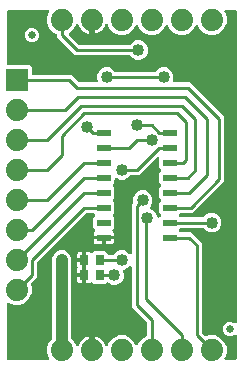
<source format=gbr>
G04 EAGLE Gerber RS-274X export*
G75*
%MOMM*%
%FSLAX34Y34*%
%LPD*%
%INTop Copper*%
%IPPOS*%
%AMOC8*
5,1,8,0,0,1.08239X$1,22.5*%
G01*
%ADD10R,1.200000X0.600000*%
%ADD11R,1.879600X1.879600*%
%ADD12C,1.879600*%
%ADD13R,0.700000X0.900000*%
%ADD14C,0.635000*%
%ADD15C,0.254000*%
%ADD16C,1.016000*%
%ADD17C,1.016000*%

G36*
X197730Y4334D02*
X197730Y4334D01*
X197849Y4341D01*
X197887Y4354D01*
X197928Y4359D01*
X198038Y4402D01*
X198151Y4439D01*
X198186Y4461D01*
X198223Y4476D01*
X198319Y4545D01*
X198420Y4609D01*
X198448Y4639D01*
X198481Y4662D01*
X198557Y4754D01*
X198638Y4841D01*
X198658Y4876D01*
X198683Y4907D01*
X198734Y5015D01*
X198792Y5119D01*
X198802Y5159D01*
X198819Y5195D01*
X198841Y5312D01*
X198871Y5427D01*
X198875Y5487D01*
X198879Y5507D01*
X198877Y5528D01*
X198881Y5588D01*
X198881Y24455D01*
X198864Y24593D01*
X198851Y24732D01*
X198844Y24751D01*
X198841Y24771D01*
X198790Y24900D01*
X198743Y25031D01*
X198732Y25048D01*
X198724Y25067D01*
X198643Y25179D01*
X198565Y25294D01*
X198549Y25308D01*
X198538Y25324D01*
X198430Y25413D01*
X198326Y25505D01*
X198308Y25514D01*
X198293Y25527D01*
X198167Y25586D01*
X198043Y25649D01*
X198023Y25654D01*
X198005Y25662D01*
X197869Y25688D01*
X197733Y25719D01*
X197712Y25718D01*
X197693Y25722D01*
X197554Y25713D01*
X197415Y25709D01*
X197395Y25704D01*
X197375Y25702D01*
X197243Y25660D01*
X197109Y25621D01*
X197092Y25610D01*
X197073Y25604D01*
X196955Y25530D01*
X196835Y25459D01*
X196814Y25441D01*
X196804Y25434D01*
X196790Y25419D01*
X196714Y25353D01*
X196565Y25204D01*
X194278Y24256D01*
X191802Y24256D01*
X189515Y25204D01*
X187764Y26955D01*
X186816Y29242D01*
X186816Y31718D01*
X187764Y34005D01*
X189515Y35756D01*
X191802Y36704D01*
X194278Y36704D01*
X196565Y35756D01*
X196714Y35607D01*
X196824Y35522D01*
X196931Y35433D01*
X196950Y35425D01*
X196966Y35412D01*
X197094Y35357D01*
X197219Y35298D01*
X197239Y35294D01*
X197258Y35286D01*
X197395Y35264D01*
X197532Y35238D01*
X197552Y35239D01*
X197572Y35236D01*
X197710Y35249D01*
X197849Y35258D01*
X197868Y35264D01*
X197888Y35266D01*
X198019Y35313D01*
X198151Y35356D01*
X198169Y35367D01*
X198188Y35373D01*
X198303Y35451D01*
X198420Y35526D01*
X198434Y35541D01*
X198451Y35552D01*
X198543Y35656D01*
X198638Y35758D01*
X198648Y35775D01*
X198661Y35790D01*
X198724Y35914D01*
X198792Y36036D01*
X198797Y36056D01*
X198806Y36074D01*
X198836Y36209D01*
X198871Y36344D01*
X198873Y36372D01*
X198876Y36384D01*
X198875Y36404D01*
X198881Y36505D01*
X198881Y299212D01*
X198866Y299330D01*
X198859Y299449D01*
X198846Y299487D01*
X198841Y299528D01*
X198798Y299638D01*
X198761Y299751D01*
X198739Y299786D01*
X198724Y299823D01*
X198655Y299919D01*
X198591Y300020D01*
X198561Y300048D01*
X198538Y300081D01*
X198446Y300157D01*
X198359Y300238D01*
X198324Y300258D01*
X198293Y300283D01*
X198185Y300334D01*
X198081Y300392D01*
X198041Y300402D01*
X198005Y300419D01*
X197888Y300441D01*
X197773Y300471D01*
X197713Y300475D01*
X197693Y300479D01*
X197672Y300477D01*
X197612Y300481D01*
X189700Y300481D01*
X189651Y300475D01*
X189601Y300477D01*
X189494Y300455D01*
X189385Y300441D01*
X189339Y300423D01*
X189290Y300413D01*
X189191Y300365D01*
X189089Y300324D01*
X189049Y300295D01*
X189004Y300273D01*
X188920Y300202D01*
X188832Y300138D01*
X188800Y300099D01*
X188762Y300067D01*
X188699Y299977D01*
X188629Y299893D01*
X188608Y299848D01*
X188579Y299807D01*
X188540Y299704D01*
X188493Y299605D01*
X188484Y299556D01*
X188466Y299510D01*
X188454Y299400D01*
X188433Y299293D01*
X188437Y299243D01*
X188431Y299194D01*
X188446Y299085D01*
X188453Y298975D01*
X188469Y298928D01*
X188475Y298879D01*
X188528Y298726D01*
X190247Y294576D01*
X190247Y289624D01*
X188352Y285050D01*
X184850Y281548D01*
X180276Y279653D01*
X175324Y279653D01*
X170750Y281548D01*
X167248Y285050D01*
X166273Y287405D01*
X166204Y287525D01*
X166139Y287648D01*
X166125Y287663D01*
X166115Y287681D01*
X166018Y287781D01*
X165925Y287884D01*
X165908Y287895D01*
X165894Y287909D01*
X165775Y287982D01*
X165659Y288058D01*
X165640Y288065D01*
X165623Y288076D01*
X165490Y288117D01*
X165358Y288162D01*
X165338Y288163D01*
X165319Y288169D01*
X165180Y288176D01*
X165041Y288187D01*
X165021Y288183D01*
X165001Y288184D01*
X164865Y288156D01*
X164728Y288132D01*
X164709Y288124D01*
X164690Y288120D01*
X164564Y288059D01*
X164438Y288002D01*
X164422Y287989D01*
X164404Y287980D01*
X164298Y287890D01*
X164190Y287803D01*
X164177Y287787D01*
X164162Y287774D01*
X164082Y287660D01*
X163998Y287549D01*
X163986Y287524D01*
X163979Y287514D01*
X163972Y287495D01*
X163927Y287405D01*
X162952Y285049D01*
X159450Y281548D01*
X154876Y279653D01*
X149924Y279653D01*
X145350Y281548D01*
X141848Y285050D01*
X140873Y287405D01*
X140804Y287525D01*
X140739Y287648D01*
X140725Y287663D01*
X140715Y287681D01*
X140618Y287781D01*
X140525Y287884D01*
X140508Y287895D01*
X140494Y287909D01*
X140375Y287982D01*
X140259Y288058D01*
X140240Y288065D01*
X140223Y288076D01*
X140090Y288117D01*
X139958Y288162D01*
X139938Y288163D01*
X139919Y288169D01*
X139780Y288176D01*
X139641Y288187D01*
X139621Y288183D01*
X139601Y288184D01*
X139465Y288156D01*
X139328Y288132D01*
X139309Y288124D01*
X139290Y288120D01*
X139164Y288059D01*
X139038Y288002D01*
X139022Y287989D01*
X139004Y287980D01*
X138898Y287890D01*
X138790Y287803D01*
X138777Y287787D01*
X138762Y287774D01*
X138682Y287660D01*
X138598Y287549D01*
X138586Y287524D01*
X138579Y287514D01*
X138572Y287495D01*
X138527Y287405D01*
X137552Y285049D01*
X134050Y281548D01*
X129476Y279653D01*
X124524Y279653D01*
X119950Y281548D01*
X116448Y285050D01*
X115473Y287405D01*
X115404Y287525D01*
X115339Y287648D01*
X115325Y287663D01*
X115315Y287681D01*
X115218Y287781D01*
X115125Y287884D01*
X115108Y287895D01*
X115094Y287909D01*
X114975Y287982D01*
X114859Y288058D01*
X114840Y288065D01*
X114823Y288076D01*
X114690Y288117D01*
X114558Y288162D01*
X114538Y288163D01*
X114519Y288169D01*
X114380Y288176D01*
X114241Y288187D01*
X114221Y288183D01*
X114201Y288184D01*
X114065Y288156D01*
X113928Y288132D01*
X113909Y288124D01*
X113890Y288120D01*
X113764Y288059D01*
X113638Y288002D01*
X113622Y287989D01*
X113604Y287980D01*
X113498Y287890D01*
X113390Y287803D01*
X113377Y287787D01*
X113362Y287774D01*
X113282Y287660D01*
X113198Y287549D01*
X113186Y287524D01*
X113179Y287514D01*
X113172Y287495D01*
X113127Y287405D01*
X112152Y285049D01*
X108650Y281548D01*
X104076Y279653D01*
X99124Y279653D01*
X94550Y281548D01*
X91048Y285050D01*
X89795Y288075D01*
X89780Y288101D01*
X89771Y288130D01*
X89701Y288239D01*
X89637Y288352D01*
X89616Y288373D01*
X89601Y288398D01*
X89506Y288487D01*
X89416Y288580D01*
X89391Y288596D01*
X89369Y288616D01*
X89255Y288679D01*
X89145Y288746D01*
X89116Y288755D01*
X89090Y288769D01*
X88965Y288802D01*
X88841Y288840D01*
X88811Y288841D01*
X88782Y288849D01*
X88653Y288849D01*
X88523Y288855D01*
X88494Y288849D01*
X88464Y288849D01*
X88339Y288817D01*
X88212Y288791D01*
X88185Y288778D01*
X88156Y288770D01*
X88043Y288708D01*
X87926Y288651D01*
X87903Y288632D01*
X87877Y288617D01*
X87783Y288529D01*
X87684Y288445D01*
X87667Y288420D01*
X87645Y288400D01*
X87576Y288291D01*
X87501Y288185D01*
X87490Y288157D01*
X87474Y288132D01*
X87415Y287982D01*
X87264Y287517D01*
X86411Y285843D01*
X85306Y284322D01*
X83978Y282994D01*
X82457Y281889D01*
X80783Y281036D01*
X78996Y280455D01*
X78739Y280415D01*
X78739Y290830D01*
X78724Y290948D01*
X78717Y291067D01*
X78704Y291105D01*
X78699Y291145D01*
X78656Y291256D01*
X78619Y291369D01*
X78597Y291403D01*
X78582Y291441D01*
X78512Y291537D01*
X78449Y291638D01*
X78419Y291666D01*
X78395Y291698D01*
X78304Y291774D01*
X78217Y291856D01*
X78182Y291875D01*
X78151Y291901D01*
X78043Y291952D01*
X77939Y292009D01*
X77899Y292020D01*
X77863Y292037D01*
X77746Y292059D01*
X77631Y292089D01*
X77570Y292093D01*
X77550Y292097D01*
X77530Y292095D01*
X77470Y292099D01*
X74930Y292099D01*
X74812Y292084D01*
X74693Y292077D01*
X74655Y292064D01*
X74614Y292059D01*
X74504Y292015D01*
X74391Y291979D01*
X74356Y291957D01*
X74319Y291942D01*
X74223Y291872D01*
X74122Y291809D01*
X74094Y291779D01*
X74061Y291755D01*
X73986Y291664D01*
X73904Y291577D01*
X73884Y291542D01*
X73859Y291510D01*
X73808Y291403D01*
X73750Y291298D01*
X73740Y291259D01*
X73723Y291223D01*
X73701Y291106D01*
X73671Y290991D01*
X73667Y290930D01*
X73663Y290910D01*
X73665Y290890D01*
X73661Y290830D01*
X73661Y280415D01*
X73404Y280455D01*
X71617Y281036D01*
X69943Y281889D01*
X68422Y282994D01*
X67094Y284322D01*
X65989Y285843D01*
X65136Y287517D01*
X64985Y287982D01*
X64972Y288009D01*
X64965Y288038D01*
X64905Y288152D01*
X64850Y288270D01*
X64831Y288293D01*
X64817Y288319D01*
X64729Y288415D01*
X64647Y288515D01*
X64623Y288532D01*
X64603Y288554D01*
X64494Y288626D01*
X64390Y288702D01*
X64362Y288713D01*
X64337Y288729D01*
X64214Y288771D01*
X64094Y288819D01*
X64064Y288823D01*
X64036Y288832D01*
X63907Y288843D01*
X63778Y288859D01*
X63749Y288855D01*
X63719Y288858D01*
X63591Y288835D01*
X63463Y288819D01*
X63435Y288808D01*
X63406Y288803D01*
X63288Y288750D01*
X63167Y288702D01*
X63143Y288685D01*
X63116Y288673D01*
X63015Y288592D01*
X62910Y288516D01*
X62891Y288493D01*
X62867Y288474D01*
X62789Y288370D01*
X62707Y288271D01*
X62694Y288244D01*
X62676Y288220D01*
X62605Y288075D01*
X61352Y285050D01*
X57850Y281548D01*
X57420Y281370D01*
X57377Y281345D01*
X57330Y281328D01*
X57239Y281267D01*
X57144Y281212D01*
X57108Y281178D01*
X57067Y281150D01*
X56994Y281067D01*
X56915Y280991D01*
X56889Y280949D01*
X56856Y280911D01*
X56806Y280813D01*
X56749Y280720D01*
X56734Y280672D01*
X56712Y280628D01*
X56688Y280521D01*
X56655Y280416D01*
X56653Y280366D01*
X56642Y280318D01*
X56645Y280208D01*
X56640Y280098D01*
X56650Y280050D01*
X56652Y280000D01*
X56682Y279894D01*
X56704Y279787D01*
X56726Y279742D01*
X56740Y279694D01*
X56796Y279600D01*
X56844Y279501D01*
X56876Y279463D01*
X56902Y279420D01*
X57008Y279300D01*
X64917Y271390D01*
X64995Y271330D01*
X65068Y271262D01*
X65121Y271233D01*
X65168Y271196D01*
X65259Y271156D01*
X65346Y271108D01*
X65405Y271093D01*
X65460Y271069D01*
X65558Y271054D01*
X65654Y271029D01*
X65754Y271023D01*
X65774Y271019D01*
X65787Y271021D01*
X65815Y271019D01*
X107867Y271019D01*
X107965Y271031D01*
X108064Y271034D01*
X108123Y271051D01*
X108183Y271059D01*
X108275Y271095D01*
X108370Y271123D01*
X108422Y271153D01*
X108478Y271176D01*
X108558Y271234D01*
X108644Y271284D01*
X108719Y271350D01*
X108736Y271362D01*
X108744Y271372D01*
X108765Y271390D01*
X110965Y273591D01*
X113953Y274829D01*
X117187Y274829D01*
X120175Y273591D01*
X122461Y271305D01*
X123699Y268317D01*
X123699Y265083D01*
X122461Y262095D01*
X120175Y259809D01*
X117187Y258571D01*
X113953Y258571D01*
X110965Y259809D01*
X108765Y262010D01*
X108686Y262070D01*
X108614Y262138D01*
X108561Y262167D01*
X108513Y262204D01*
X108422Y262244D01*
X108336Y262292D01*
X108277Y262307D01*
X108222Y262331D01*
X108124Y262346D01*
X108028Y262371D01*
X107928Y262377D01*
X107907Y262381D01*
X107895Y262379D01*
X107867Y262381D01*
X61711Y262381D01*
X49383Y274710D01*
X46481Y277611D01*
X46481Y279569D01*
X46478Y279598D01*
X46480Y279627D01*
X46458Y279755D01*
X46441Y279884D01*
X46431Y279911D01*
X46426Y279941D01*
X46372Y280059D01*
X46324Y280180D01*
X46307Y280204D01*
X46295Y280231D01*
X46214Y280332D01*
X46138Y280437D01*
X46115Y280456D01*
X46096Y280479D01*
X45993Y280557D01*
X45893Y280640D01*
X45866Y280653D01*
X45842Y280670D01*
X45698Y280741D01*
X43750Y281548D01*
X40248Y285050D01*
X38353Y289624D01*
X38353Y294576D01*
X40072Y298726D01*
X40086Y298774D01*
X40107Y298819D01*
X40127Y298927D01*
X40156Y299033D01*
X40157Y299083D01*
X40167Y299132D01*
X40160Y299241D01*
X40161Y299351D01*
X40150Y299399D01*
X40147Y299449D01*
X40113Y299553D01*
X40087Y299660D01*
X40064Y299704D01*
X40049Y299751D01*
X39990Y299844D01*
X39939Y299941D01*
X39905Y299978D01*
X39879Y300020D01*
X39798Y300095D01*
X39725Y300177D01*
X39683Y300204D01*
X39647Y300238D01*
X39551Y300291D01*
X39459Y300351D01*
X39412Y300368D01*
X39368Y300392D01*
X39262Y300419D01*
X39158Y300455D01*
X39109Y300459D01*
X39061Y300471D01*
X38900Y300481D01*
X5588Y300481D01*
X5470Y300466D01*
X5351Y300459D01*
X5313Y300446D01*
X5272Y300441D01*
X5162Y300398D01*
X5049Y300361D01*
X5014Y300339D01*
X4977Y300324D01*
X4881Y300255D01*
X4780Y300191D01*
X4752Y300161D01*
X4719Y300138D01*
X4643Y300046D01*
X4562Y299959D01*
X4542Y299924D01*
X4517Y299893D01*
X4466Y299785D01*
X4408Y299681D01*
X4398Y299641D01*
X4381Y299605D01*
X4359Y299488D01*
X4329Y299373D01*
X4325Y299313D01*
X4321Y299293D01*
X4323Y299272D01*
X4319Y299212D01*
X4319Y255016D01*
X4334Y254898D01*
X4341Y254779D01*
X4354Y254741D01*
X4359Y254700D01*
X4402Y254590D01*
X4439Y254477D01*
X4461Y254442D01*
X4476Y254405D01*
X4545Y254309D01*
X4609Y254208D01*
X4639Y254180D01*
X4662Y254147D01*
X4754Y254071D01*
X4841Y253990D01*
X4876Y253970D01*
X4907Y253945D01*
X5015Y253894D01*
X5119Y253836D01*
X5159Y253826D01*
X5195Y253809D01*
X5312Y253787D01*
X5427Y253757D01*
X5487Y253753D01*
X5507Y253749D01*
X5528Y253751D01*
X5588Y253747D01*
X23361Y253747D01*
X25147Y251961D01*
X25147Y246888D01*
X25162Y246770D01*
X25169Y246651D01*
X25182Y246613D01*
X25187Y246572D01*
X25230Y246462D01*
X25267Y246349D01*
X25289Y246314D01*
X25304Y246277D01*
X25373Y246181D01*
X25437Y246080D01*
X25467Y246052D01*
X25490Y246019D01*
X25582Y245943D01*
X25669Y245862D01*
X25704Y245842D01*
X25735Y245817D01*
X25843Y245766D01*
X25947Y245708D01*
X25987Y245698D01*
X26023Y245681D01*
X26140Y245659D01*
X26255Y245629D01*
X26315Y245625D01*
X26335Y245621D01*
X26356Y245623D01*
X26416Y245619D01*
X58939Y245619D01*
X64917Y239640D01*
X64995Y239580D01*
X65068Y239512D01*
X65121Y239483D01*
X65168Y239446D01*
X65259Y239406D01*
X65346Y239358D01*
X65405Y239343D01*
X65460Y239319D01*
X65558Y239304D01*
X65654Y239279D01*
X65754Y239273D01*
X65774Y239269D01*
X65787Y239271D01*
X65815Y239269D01*
X80095Y239269D01*
X80145Y239275D01*
X80194Y239273D01*
X80302Y239295D01*
X80411Y239309D01*
X80457Y239327D01*
X80506Y239337D01*
X80604Y239385D01*
X80707Y239426D01*
X80747Y239455D01*
X80792Y239477D01*
X80875Y239548D01*
X80964Y239612D01*
X80996Y239651D01*
X81034Y239683D01*
X81097Y239773D01*
X81167Y239857D01*
X81188Y239902D01*
X81217Y239943D01*
X81256Y240046D01*
X81302Y240145D01*
X81312Y240194D01*
X81329Y240240D01*
X81342Y240350D01*
X81362Y240457D01*
X81359Y240507D01*
X81365Y240556D01*
X81349Y240665D01*
X81342Y240775D01*
X81327Y240822D01*
X81320Y240871D01*
X81268Y241024D01*
X80771Y242223D01*
X80771Y245457D01*
X82009Y248445D01*
X84295Y250731D01*
X87283Y251969D01*
X90517Y251969D01*
X93505Y250731D01*
X95705Y248530D01*
X95784Y248470D01*
X95856Y248402D01*
X95909Y248373D01*
X95957Y248336D01*
X96048Y248296D01*
X96134Y248248D01*
X96193Y248233D01*
X96248Y248209D01*
X96346Y248194D01*
X96442Y248169D01*
X96542Y248163D01*
X96563Y248159D01*
X96575Y248161D01*
X96603Y248159D01*
X129457Y248159D01*
X129555Y248171D01*
X129654Y248174D01*
X129713Y248191D01*
X129773Y248199D01*
X129865Y248235D01*
X129960Y248263D01*
X130012Y248293D01*
X130068Y248316D01*
X130148Y248374D01*
X130234Y248424D01*
X130309Y248490D01*
X130326Y248502D01*
X130334Y248512D01*
X130355Y248530D01*
X132555Y250731D01*
X135543Y251969D01*
X138777Y251969D01*
X141765Y250731D01*
X144051Y248445D01*
X145289Y245457D01*
X145289Y242223D01*
X144792Y241024D01*
X144779Y240976D01*
X144758Y240931D01*
X144737Y240823D01*
X144708Y240717D01*
X144707Y240667D01*
X144698Y240618D01*
X144705Y240509D01*
X144703Y240399D01*
X144715Y240351D01*
X144718Y240301D01*
X144751Y240197D01*
X144777Y240090D01*
X144800Y240046D01*
X144816Y239999D01*
X144874Y239906D01*
X144926Y239809D01*
X144959Y239772D01*
X144986Y239730D01*
X145066Y239655D01*
X145140Y239573D01*
X145181Y239546D01*
X145217Y239512D01*
X145314Y239459D01*
X145405Y239399D01*
X145452Y239382D01*
X145496Y239358D01*
X145602Y239331D01*
X145706Y239295D01*
X145756Y239291D01*
X145804Y239279D01*
X145965Y239269D01*
X159269Y239269D01*
X188469Y210069D01*
X188469Y155691D01*
X161809Y129031D01*
X151819Y129031D01*
X151720Y129019D01*
X151621Y129016D01*
X151563Y128999D01*
X151503Y128991D01*
X151411Y128955D01*
X151316Y128927D01*
X151264Y128897D01*
X151207Y128874D01*
X151127Y128816D01*
X151042Y128766D01*
X150967Y128700D01*
X150950Y128688D01*
X150942Y128678D01*
X150921Y128659D01*
X150159Y127897D01*
X150086Y127804D01*
X150007Y127714D01*
X149989Y127678D01*
X149964Y127646D01*
X149917Y127537D01*
X149863Y127431D01*
X149854Y127391D01*
X149838Y127354D01*
X149819Y127237D01*
X149793Y127121D01*
X149794Y127080D01*
X149788Y127040D01*
X149799Y126922D01*
X149803Y126803D01*
X149814Y126764D01*
X149818Y126724D01*
X149858Y126612D01*
X149891Y126497D01*
X149912Y126462D01*
X149925Y126424D01*
X149992Y126326D01*
X150053Y126223D01*
X150093Y126178D01*
X150104Y126161D01*
X150119Y126148D01*
X150159Y126102D01*
X150921Y125340D01*
X150999Y125280D01*
X151071Y125212D01*
X151125Y125183D01*
X151172Y125146D01*
X151263Y125106D01*
X151350Y125058D01*
X151409Y125043D01*
X151464Y125019D01*
X151562Y125004D01*
X151658Y124979D01*
X151758Y124973D01*
X151778Y124969D01*
X151791Y124971D01*
X151819Y124969D01*
X170097Y124969D01*
X170195Y124981D01*
X170294Y124984D01*
X170353Y125001D01*
X170413Y125009D01*
X170505Y125045D01*
X170600Y125073D01*
X170652Y125103D01*
X170708Y125126D01*
X170788Y125184D01*
X170874Y125234D01*
X170949Y125300D01*
X170966Y125312D01*
X170974Y125322D01*
X170995Y125340D01*
X173195Y127541D01*
X176183Y128779D01*
X179417Y128779D01*
X182405Y127541D01*
X184691Y125255D01*
X185929Y122267D01*
X185929Y119033D01*
X184691Y116045D01*
X182405Y113759D01*
X179417Y112521D01*
X176183Y112521D01*
X173195Y113759D01*
X170995Y115960D01*
X170916Y116020D01*
X170844Y116088D01*
X170791Y116117D01*
X170743Y116154D01*
X170652Y116194D01*
X170566Y116242D01*
X170507Y116257D01*
X170452Y116281D01*
X170354Y116296D01*
X170258Y116321D01*
X170158Y116327D01*
X170137Y116331D01*
X170125Y116329D01*
X170097Y116331D01*
X151819Y116331D01*
X151720Y116319D01*
X151621Y116316D01*
X151563Y116299D01*
X151503Y116291D01*
X151411Y116255D01*
X151316Y116227D01*
X151264Y116197D01*
X151207Y116174D01*
X151127Y116116D01*
X151042Y116066D01*
X150967Y116000D01*
X150950Y115988D01*
X150942Y115978D01*
X150921Y115960D01*
X150159Y115197D01*
X150086Y115103D01*
X150007Y115014D01*
X149989Y114978D01*
X149964Y114946D01*
X149917Y114837D01*
X149863Y114731D01*
X149854Y114692D01*
X149838Y114654D01*
X149819Y114537D01*
X149793Y114421D01*
X149794Y114380D01*
X149788Y114340D01*
X149799Y114222D01*
X149803Y114103D01*
X149814Y114064D01*
X149818Y114024D01*
X149858Y113912D01*
X149891Y113797D01*
X149912Y113762D01*
X149925Y113724D01*
X149992Y113626D01*
X150053Y113523D01*
X150092Y113478D01*
X150104Y113461D01*
X150119Y113448D01*
X150159Y113402D01*
X150921Y112640D01*
X150999Y112580D01*
X151071Y112512D01*
X151125Y112483D01*
X151172Y112446D01*
X151263Y112406D01*
X151350Y112358D01*
X151409Y112343D01*
X151464Y112319D01*
X151562Y112304D01*
X151658Y112279D01*
X151758Y112273D01*
X151778Y112269D01*
X151791Y112271D01*
X151819Y112269D01*
X160539Y112269D01*
X169419Y103389D01*
X169419Y27715D01*
X169431Y27616D01*
X169434Y27517D01*
X169451Y27459D01*
X169459Y27399D01*
X169495Y27307D01*
X169523Y27212D01*
X169553Y27160D01*
X169576Y27103D01*
X169634Y27023D01*
X169684Y26938D01*
X169750Y26863D01*
X169762Y26846D01*
X169772Y26838D01*
X169790Y26817D01*
X171993Y24615D01*
X172016Y24597D01*
X172035Y24574D01*
X172141Y24500D01*
X172244Y24420D01*
X172271Y24408D01*
X172295Y24391D01*
X172417Y24345D01*
X172536Y24294D01*
X172565Y24289D01*
X172593Y24278D01*
X172722Y24264D01*
X172850Y24244D01*
X172879Y24247D01*
X172909Y24243D01*
X173037Y24261D01*
X173167Y24274D01*
X173194Y24284D01*
X173224Y24288D01*
X173376Y24340D01*
X175324Y25147D01*
X180276Y25147D01*
X184850Y23252D01*
X188352Y19750D01*
X190247Y15176D01*
X190247Y10224D01*
X188528Y6074D01*
X188514Y6026D01*
X188493Y5981D01*
X188473Y5873D01*
X188444Y5767D01*
X188443Y5717D01*
X188433Y5668D01*
X188440Y5559D01*
X188439Y5449D01*
X188450Y5401D01*
X188453Y5351D01*
X188487Y5247D01*
X188513Y5140D01*
X188536Y5096D01*
X188551Y5049D01*
X188610Y4956D01*
X188661Y4859D01*
X188695Y4822D01*
X188721Y4780D01*
X188802Y4705D01*
X188875Y4623D01*
X188917Y4596D01*
X188953Y4562D01*
X189049Y4509D01*
X189141Y4449D01*
X189188Y4432D01*
X189232Y4408D01*
X189338Y4381D01*
X189442Y4345D01*
X189491Y4341D01*
X189539Y4329D01*
X189700Y4319D01*
X197612Y4319D01*
X197730Y4334D01*
G37*
G36*
X38949Y4325D02*
X38949Y4325D01*
X38999Y4323D01*
X39106Y4345D01*
X39215Y4359D01*
X39261Y4377D01*
X39310Y4387D01*
X39409Y4435D01*
X39511Y4476D01*
X39551Y4505D01*
X39596Y4527D01*
X39680Y4598D01*
X39768Y4662D01*
X39800Y4701D01*
X39838Y4733D01*
X39901Y4823D01*
X39971Y4907D01*
X39992Y4952D01*
X40021Y4993D01*
X40060Y5096D01*
X40107Y5195D01*
X40116Y5244D01*
X40134Y5290D01*
X40146Y5400D01*
X40167Y5507D01*
X40163Y5557D01*
X40169Y5606D01*
X40154Y5715D01*
X40147Y5825D01*
X40131Y5872D01*
X40125Y5921D01*
X40072Y6074D01*
X38353Y10224D01*
X38353Y15176D01*
X40248Y19750D01*
X42300Y21802D01*
X42360Y21880D01*
X42428Y21952D01*
X42457Y22005D01*
X42494Y22053D01*
X42534Y22144D01*
X42582Y22231D01*
X42597Y22289D01*
X42621Y22345D01*
X42636Y22443D01*
X42661Y22539D01*
X42667Y22639D01*
X42671Y22659D01*
X42669Y22671D01*
X42671Y22699D01*
X42671Y90517D01*
X43909Y93505D01*
X46195Y95791D01*
X49183Y97029D01*
X52417Y97029D01*
X55405Y95791D01*
X57691Y93505D01*
X58929Y90517D01*
X58929Y22699D01*
X58941Y22601D01*
X58944Y22502D01*
X58961Y22444D01*
X58969Y22384D01*
X59005Y22292D01*
X59033Y22197D01*
X59063Y22144D01*
X59086Y22088D01*
X59144Y22008D01*
X59194Y21923D01*
X59260Y21847D01*
X59272Y21831D01*
X59282Y21823D01*
X59300Y21802D01*
X61352Y19750D01*
X62605Y16725D01*
X62620Y16699D01*
X62629Y16670D01*
X62699Y16561D01*
X62763Y16448D01*
X62784Y16427D01*
X62800Y16402D01*
X62894Y16313D01*
X62984Y16220D01*
X63010Y16204D01*
X63031Y16184D01*
X63145Y16121D01*
X63255Y16054D01*
X63284Y16045D01*
X63310Y16031D01*
X63435Y15998D01*
X63559Y15960D01*
X63589Y15959D01*
X63618Y15951D01*
X63748Y15951D01*
X63877Y15945D01*
X63906Y15951D01*
X63936Y15951D01*
X64061Y15983D01*
X64188Y16009D01*
X64215Y16022D01*
X64244Y16030D01*
X64357Y16092D01*
X64474Y16149D01*
X64497Y16168D01*
X64523Y16183D01*
X64617Y16271D01*
X64716Y16355D01*
X64733Y16380D01*
X64755Y16400D01*
X64824Y16509D01*
X64899Y16615D01*
X64910Y16643D01*
X64926Y16669D01*
X64985Y16818D01*
X65136Y17283D01*
X65989Y18957D01*
X67094Y20478D01*
X68422Y21806D01*
X69943Y22911D01*
X71617Y23764D01*
X73404Y24345D01*
X73661Y24385D01*
X73661Y13970D01*
X73676Y13852D01*
X73683Y13733D01*
X73696Y13695D01*
X73701Y13655D01*
X73744Y13544D01*
X73781Y13431D01*
X73803Y13397D01*
X73818Y13359D01*
X73888Y13263D01*
X73951Y13162D01*
X73981Y13134D01*
X74004Y13102D01*
X74096Y13026D01*
X74183Y12944D01*
X74218Y12925D01*
X74249Y12899D01*
X74357Y12848D01*
X74461Y12791D01*
X74501Y12780D01*
X74537Y12763D01*
X74654Y12741D01*
X74769Y12711D01*
X74830Y12707D01*
X74850Y12703D01*
X74870Y12705D01*
X74930Y12701D01*
X77470Y12701D01*
X77588Y12716D01*
X77707Y12723D01*
X77745Y12736D01*
X77785Y12741D01*
X77896Y12785D01*
X78009Y12821D01*
X78044Y12843D01*
X78081Y12858D01*
X78177Y12928D01*
X78278Y12991D01*
X78306Y13021D01*
X78339Y13045D01*
X78414Y13136D01*
X78496Y13223D01*
X78516Y13258D01*
X78541Y13290D01*
X78592Y13397D01*
X78650Y13502D01*
X78660Y13541D01*
X78677Y13577D01*
X78699Y13694D01*
X78729Y13809D01*
X78733Y13870D01*
X78737Y13890D01*
X78735Y13910D01*
X78739Y13970D01*
X78739Y24385D01*
X78996Y24345D01*
X80783Y23764D01*
X82457Y22911D01*
X83978Y21806D01*
X85306Y20478D01*
X86411Y18957D01*
X87264Y17283D01*
X87415Y16818D01*
X87428Y16791D01*
X87435Y16762D01*
X87495Y16648D01*
X87550Y16530D01*
X87569Y16507D01*
X87583Y16481D01*
X87670Y16385D01*
X87753Y16285D01*
X87777Y16268D01*
X87797Y16246D01*
X87906Y16174D01*
X88010Y16098D01*
X88038Y16087D01*
X88063Y16071D01*
X88186Y16029D01*
X88306Y15981D01*
X88336Y15977D01*
X88364Y15968D01*
X88493Y15957D01*
X88621Y15941D01*
X88651Y15945D01*
X88681Y15942D01*
X88809Y15965D01*
X88937Y15981D01*
X88965Y15992D01*
X88994Y15997D01*
X89112Y16050D01*
X89233Y16098D01*
X89257Y16115D01*
X89284Y16127D01*
X89385Y16208D01*
X89490Y16284D01*
X89509Y16307D01*
X89533Y16326D01*
X89611Y16430D01*
X89693Y16529D01*
X89706Y16556D01*
X89724Y16580D01*
X89795Y16725D01*
X91048Y19750D01*
X94550Y23252D01*
X99124Y25147D01*
X104076Y25147D01*
X108650Y23252D01*
X112152Y19751D01*
X113127Y17395D01*
X113196Y17274D01*
X113261Y17152D01*
X113275Y17137D01*
X113285Y17119D01*
X113382Y17019D01*
X113475Y16916D01*
X113492Y16905D01*
X113506Y16891D01*
X113624Y16818D01*
X113741Y16742D01*
X113760Y16735D01*
X113777Y16724D01*
X113910Y16684D01*
X114042Y16638D01*
X114062Y16637D01*
X114081Y16631D01*
X114220Y16624D01*
X114359Y16613D01*
X114379Y16617D01*
X114399Y16616D01*
X114535Y16644D01*
X114672Y16668D01*
X114691Y16676D01*
X114710Y16680D01*
X114835Y16741D01*
X114962Y16798D01*
X114978Y16811D01*
X114996Y16820D01*
X115102Y16910D01*
X115210Y16997D01*
X115223Y17013D01*
X115238Y17026D01*
X115318Y17140D01*
X115402Y17251D01*
X115414Y17276D01*
X115421Y17286D01*
X115428Y17305D01*
X115473Y17395D01*
X116448Y19750D01*
X119950Y23252D01*
X121898Y24059D01*
X121923Y24073D01*
X121951Y24083D01*
X122061Y24152D01*
X122174Y24216D01*
X122195Y24237D01*
X122220Y24253D01*
X122309Y24347D01*
X122402Y24438D01*
X122418Y24463D01*
X122438Y24484D01*
X122501Y24598D01*
X122569Y24709D01*
X122577Y24737D01*
X122592Y24763D01*
X122624Y24889D01*
X122662Y25013D01*
X122664Y25042D01*
X122671Y25071D01*
X122681Y25231D01*
X122681Y35785D01*
X122669Y35884D01*
X122666Y35983D01*
X122649Y36041D01*
X122641Y36101D01*
X122605Y36193D01*
X122577Y36288D01*
X122547Y36340D01*
X122524Y36397D01*
X122466Y36477D01*
X122416Y36562D01*
X122350Y36637D01*
X122338Y36654D01*
X122328Y36662D01*
X122310Y36683D01*
X109981Y49011D01*
X109981Y82721D01*
X109964Y82859D01*
X109951Y82998D01*
X109944Y83017D01*
X109941Y83037D01*
X109890Y83166D01*
X109843Y83297D01*
X109832Y83314D01*
X109824Y83332D01*
X109743Y83445D01*
X109665Y83560D01*
X109649Y83573D01*
X109638Y83590D01*
X109530Y83679D01*
X109426Y83771D01*
X109408Y83780D01*
X109393Y83793D01*
X109267Y83852D01*
X109143Y83915D01*
X109123Y83920D01*
X109105Y83928D01*
X108968Y83954D01*
X108833Y83985D01*
X108812Y83984D01*
X108793Y83988D01*
X108654Y83979D01*
X108515Y83975D01*
X108495Y83969D01*
X108475Y83968D01*
X108343Y83925D01*
X108209Y83887D01*
X108192Y83876D01*
X108173Y83870D01*
X108055Y83796D01*
X107935Y83725D01*
X107914Y83707D01*
X107904Y83700D01*
X107890Y83685D01*
X107815Y83619D01*
X106205Y82009D01*
X103483Y80882D01*
X103380Y80823D01*
X103273Y80770D01*
X103242Y80744D01*
X103207Y80724D01*
X103121Y80641D01*
X103031Y80564D01*
X103008Y80531D01*
X102978Y80503D01*
X102916Y80401D01*
X102848Y80304D01*
X102833Y80266D01*
X102812Y80232D01*
X102777Y80118D01*
X102735Y80007D01*
X102730Y79966D01*
X102719Y79928D01*
X102713Y79809D01*
X102700Y79690D01*
X102705Y79650D01*
X102703Y79610D01*
X102728Y79493D01*
X102744Y79376D01*
X102764Y79319D01*
X102768Y79299D01*
X102777Y79280D01*
X102796Y79223D01*
X103379Y77817D01*
X103379Y74583D01*
X102141Y71595D01*
X99855Y69309D01*
X96867Y68071D01*
X93633Y68071D01*
X90645Y69309D01*
X90280Y69674D01*
X90186Y69747D01*
X90097Y69826D01*
X90061Y69844D01*
X90029Y69869D01*
X89920Y69916D01*
X89814Y69970D01*
X89774Y69979D01*
X89737Y69995D01*
X89619Y70014D01*
X89504Y70040D01*
X89463Y70039D01*
X89423Y70045D01*
X89305Y70034D01*
X89186Y70030D01*
X89147Y70019D01*
X89107Y70015D01*
X88995Y69975D01*
X88880Y69942D01*
X88845Y69921D01*
X88807Y69908D01*
X88709Y69841D01*
X88606Y69780D01*
X88561Y69740D01*
X88544Y69729D01*
X88531Y69714D01*
X88485Y69674D01*
X87463Y68651D01*
X77937Y68651D01*
X76738Y69850D01*
X76644Y69923D01*
X76555Y70002D01*
X76519Y70020D01*
X76487Y70045D01*
X76378Y70092D01*
X76272Y70147D01*
X76232Y70155D01*
X76195Y70171D01*
X76077Y70190D01*
X75961Y70216D01*
X75921Y70215D01*
X75881Y70221D01*
X75762Y70210D01*
X75643Y70206D01*
X75605Y70195D01*
X75564Y70191D01*
X75452Y70151D01*
X75338Y70118D01*
X75303Y70098D01*
X75265Y70084D01*
X75167Y70017D01*
X75064Y69957D01*
X75019Y69917D01*
X75002Y69905D01*
X74988Y69890D01*
X74943Y69850D01*
X74760Y69667D01*
X74181Y69332D01*
X73534Y69159D01*
X71449Y69159D01*
X71449Y75720D01*
X71434Y75838D01*
X71427Y75957D01*
X71414Y75995D01*
X71409Y76035D01*
X71366Y76146D01*
X71350Y76194D01*
X71360Y76212D01*
X71370Y76251D01*
X71387Y76287D01*
X71409Y76404D01*
X71439Y76520D01*
X71443Y76580D01*
X71447Y76600D01*
X71445Y76620D01*
X71449Y76680D01*
X71449Y88420D01*
X71434Y88538D01*
X71427Y88657D01*
X71414Y88695D01*
X71409Y88735D01*
X71366Y88846D01*
X71350Y88894D01*
X71360Y88912D01*
X71370Y88951D01*
X71387Y88987D01*
X71409Y89104D01*
X71439Y89220D01*
X71443Y89280D01*
X71447Y89300D01*
X71445Y89320D01*
X71449Y89380D01*
X71449Y95941D01*
X73534Y95941D01*
X74181Y95768D01*
X74760Y95433D01*
X74943Y95250D01*
X75037Y95177D01*
X75127Y95098D01*
X75163Y95080D01*
X75195Y95055D01*
X75304Y95008D01*
X75410Y94953D01*
X75449Y94945D01*
X75486Y94929D01*
X75604Y94910D01*
X75720Y94884D01*
X75761Y94885D01*
X75801Y94879D01*
X75919Y94890D01*
X76038Y94893D01*
X76077Y94905D01*
X76117Y94909D01*
X76229Y94949D01*
X76344Y94982D01*
X76378Y95002D01*
X76416Y95016D01*
X76515Y95083D01*
X76617Y95143D01*
X76663Y95183D01*
X76680Y95195D01*
X76693Y95210D01*
X76738Y95250D01*
X77937Y96449D01*
X87463Y96449D01*
X89249Y94663D01*
X89249Y94488D01*
X89264Y94370D01*
X89271Y94251D01*
X89284Y94213D01*
X89289Y94172D01*
X89332Y94062D01*
X89369Y93949D01*
X89391Y93914D01*
X89406Y93877D01*
X89475Y93781D01*
X89539Y93680D01*
X89569Y93652D01*
X89592Y93619D01*
X89684Y93543D01*
X89771Y93462D01*
X89806Y93442D01*
X89837Y93417D01*
X89945Y93366D01*
X90049Y93308D01*
X90089Y93298D01*
X90125Y93281D01*
X90242Y93259D01*
X90357Y93229D01*
X90417Y93225D01*
X90437Y93221D01*
X90458Y93223D01*
X90518Y93219D01*
X93897Y93219D01*
X93995Y93231D01*
X94094Y93234D01*
X94153Y93251D01*
X94213Y93259D01*
X94305Y93295D01*
X94400Y93323D01*
X94452Y93353D01*
X94508Y93376D01*
X94588Y93434D01*
X94674Y93484D01*
X94749Y93550D01*
X94766Y93562D01*
X94774Y93572D01*
X94795Y93590D01*
X96995Y95791D01*
X99983Y97029D01*
X103217Y97029D01*
X106205Y95791D01*
X107815Y94181D01*
X107924Y94096D01*
X108031Y94007D01*
X108050Y93999D01*
X108066Y93986D01*
X108194Y93931D01*
X108319Y93872D01*
X108339Y93868D01*
X108358Y93860D01*
X108496Y93838D01*
X108632Y93812D01*
X108652Y93813D01*
X108672Y93810D01*
X108811Y93823D01*
X108949Y93832D01*
X108968Y93838D01*
X108988Y93840D01*
X109120Y93887D01*
X109251Y93930D01*
X109269Y93941D01*
X109288Y93948D01*
X109403Y94026D01*
X109520Y94100D01*
X109534Y94115D01*
X109551Y94126D01*
X109643Y94230D01*
X109738Y94332D01*
X109748Y94349D01*
X109761Y94365D01*
X109825Y94489D01*
X109892Y94610D01*
X109897Y94630D01*
X109906Y94648D01*
X109936Y94784D01*
X109971Y94918D01*
X109973Y94946D01*
X109976Y94958D01*
X109975Y94979D01*
X109981Y95079D01*
X109981Y136409D01*
X110880Y137307D01*
X110940Y137385D01*
X111008Y137458D01*
X111037Y137511D01*
X111074Y137558D01*
X111114Y137649D01*
X111162Y137736D01*
X111177Y137795D01*
X111201Y137850D01*
X111216Y137948D01*
X111241Y138044D01*
X111247Y138144D01*
X111251Y138164D01*
X111249Y138177D01*
X111251Y138205D01*
X111251Y141317D01*
X112489Y144305D01*
X114775Y146591D01*
X117763Y147829D01*
X120997Y147829D01*
X123985Y146591D01*
X126271Y144305D01*
X127509Y141317D01*
X127509Y138083D01*
X126271Y135095D01*
X125413Y134237D01*
X125383Y134198D01*
X125346Y134165D01*
X125286Y134073D01*
X125218Y133986D01*
X125198Y133940D01*
X125171Y133899D01*
X125135Y133795D01*
X125092Y133694D01*
X125084Y133645D01*
X125068Y133598D01*
X125059Y133489D01*
X125042Y133380D01*
X125047Y133330D01*
X125043Y133281D01*
X125061Y133173D01*
X125072Y133063D01*
X125089Y133017D01*
X125097Y132968D01*
X125142Y132868D01*
X125179Y132764D01*
X125207Y132723D01*
X125228Y132678D01*
X125296Y132592D01*
X125358Y132501D01*
X125395Y132468D01*
X125426Y132429D01*
X125514Y132363D01*
X125596Y132290D01*
X125641Y132268D01*
X125680Y132238D01*
X125825Y132167D01*
X127795Y131351D01*
X130081Y129065D01*
X131319Y126077D01*
X131319Y126045D01*
X131336Y125907D01*
X131349Y125768D01*
X131356Y125749D01*
X131359Y125729D01*
X131410Y125600D01*
X131457Y125469D01*
X131468Y125452D01*
X131476Y125433D01*
X131557Y125321D01*
X131635Y125206D01*
X131651Y125192D01*
X131662Y125176D01*
X131770Y125087D01*
X131874Y124995D01*
X131892Y124986D01*
X131907Y124973D01*
X132033Y124914D01*
X132157Y124851D01*
X132177Y124846D01*
X132195Y124838D01*
X132331Y124812D01*
X132467Y124781D01*
X132488Y124782D01*
X132507Y124778D01*
X132646Y124786D01*
X132785Y124791D01*
X132805Y124796D01*
X132825Y124798D01*
X132957Y124840D01*
X133091Y124879D01*
X133108Y124889D01*
X133127Y124896D01*
X133245Y124970D01*
X133365Y125041D01*
X133386Y125059D01*
X133396Y125066D01*
X133410Y125081D01*
X133485Y125147D01*
X134441Y126102D01*
X134514Y126197D01*
X134593Y126286D01*
X134611Y126322D01*
X134636Y126354D01*
X134683Y126463D01*
X134737Y126569D01*
X134746Y126608D01*
X134762Y126646D01*
X134781Y126763D01*
X134807Y126879D01*
X134806Y126920D01*
X134812Y126960D01*
X134801Y127078D01*
X134797Y127197D01*
X134786Y127236D01*
X134782Y127276D01*
X134742Y127389D01*
X134709Y127503D01*
X134688Y127537D01*
X134675Y127576D01*
X134608Y127674D01*
X134547Y127777D01*
X134507Y127822D01*
X134496Y127839D01*
X134481Y127852D01*
X134441Y127897D01*
X133251Y129087D01*
X133251Y137613D01*
X134441Y138802D01*
X134514Y138897D01*
X134593Y138986D01*
X134611Y139022D01*
X134636Y139054D01*
X134683Y139163D01*
X134737Y139269D01*
X134746Y139308D01*
X134762Y139346D01*
X134781Y139463D01*
X134807Y139579D01*
X134806Y139620D01*
X134812Y139660D01*
X134801Y139778D01*
X134797Y139897D01*
X134786Y139936D01*
X134782Y139976D01*
X134742Y140089D01*
X134709Y140203D01*
X134688Y140237D01*
X134675Y140276D01*
X134608Y140374D01*
X134547Y140477D01*
X134507Y140522D01*
X134496Y140539D01*
X134481Y140552D01*
X134441Y140597D01*
X133251Y141787D01*
X133251Y150313D01*
X134441Y151502D01*
X134514Y151597D01*
X134593Y151686D01*
X134611Y151722D01*
X134636Y151754D01*
X134683Y151863D01*
X134737Y151969D01*
X134746Y152008D01*
X134762Y152046D01*
X134781Y152163D01*
X134807Y152279D01*
X134806Y152320D01*
X134812Y152360D01*
X134801Y152478D01*
X134797Y152597D01*
X134786Y152636D01*
X134782Y152676D01*
X134742Y152789D01*
X134709Y152903D01*
X134688Y152937D01*
X134675Y152976D01*
X134608Y153074D01*
X134547Y153177D01*
X134507Y153222D01*
X134496Y153239D01*
X134481Y153252D01*
X134441Y153297D01*
X133251Y154487D01*
X133251Y163013D01*
X134441Y164202D01*
X134514Y164297D01*
X134593Y164386D01*
X134611Y164422D01*
X134636Y164454D01*
X134683Y164563D01*
X134737Y164669D01*
X134746Y164708D01*
X134762Y164746D01*
X134781Y164863D01*
X134807Y164979D01*
X134806Y165020D01*
X134812Y165060D01*
X134801Y165178D01*
X134797Y165297D01*
X134786Y165336D01*
X134782Y165376D01*
X134742Y165489D01*
X134709Y165603D01*
X134688Y165637D01*
X134675Y165676D01*
X134608Y165774D01*
X134547Y165877D01*
X134507Y165922D01*
X134496Y165939D01*
X134481Y165952D01*
X134441Y165997D01*
X133251Y167187D01*
X133251Y174879D01*
X133234Y175017D01*
X133221Y175156D01*
X133214Y175175D01*
X133211Y175195D01*
X133160Y175324D01*
X133113Y175455D01*
X133102Y175472D01*
X133094Y175491D01*
X133013Y175603D01*
X132935Y175718D01*
X132919Y175732D01*
X132908Y175748D01*
X132800Y175837D01*
X132696Y175929D01*
X132678Y175938D01*
X132663Y175951D01*
X132537Y176010D01*
X132413Y176073D01*
X132393Y176078D01*
X132375Y176086D01*
X132239Y176112D01*
X132103Y176143D01*
X132082Y176142D01*
X132063Y176146D01*
X131924Y176137D01*
X131785Y176133D01*
X131765Y176128D01*
X131745Y176126D01*
X131613Y176084D01*
X131479Y176045D01*
X131462Y176035D01*
X131443Y176028D01*
X131325Y175954D01*
X131205Y175883D01*
X131184Y175865D01*
X131174Y175858D01*
X131160Y175843D01*
X131085Y175777D01*
X118990Y163683D01*
X116089Y160781D01*
X109303Y160781D01*
X109205Y160769D01*
X109106Y160766D01*
X109047Y160749D01*
X108987Y160741D01*
X108895Y160705D01*
X108800Y160677D01*
X108748Y160647D01*
X108692Y160624D01*
X108612Y160566D01*
X108526Y160516D01*
X108451Y160450D01*
X108434Y160438D01*
X108426Y160428D01*
X108405Y160410D01*
X106205Y158209D01*
X103217Y156971D01*
X99983Y156971D01*
X97104Y158164D01*
X97056Y158177D01*
X97011Y158198D01*
X96903Y158219D01*
X96797Y158248D01*
X96747Y158249D01*
X96698Y158258D01*
X96589Y158251D01*
X96479Y158253D01*
X96431Y158241D01*
X96381Y158238D01*
X96277Y158204D01*
X96170Y158179D01*
X96126Y158156D01*
X96079Y158140D01*
X95986Y158081D01*
X95889Y158030D01*
X95852Y157997D01*
X95810Y157970D01*
X95735Y157890D01*
X95653Y157816D01*
X95626Y157775D01*
X95592Y157738D01*
X95539Y157642D01*
X95479Y157550D01*
X95462Y157503D01*
X95438Y157460D01*
X95411Y157354D01*
X95375Y157250D01*
X95371Y157200D01*
X95359Y157152D01*
X95349Y156991D01*
X95349Y154487D01*
X94159Y153298D01*
X94086Y153203D01*
X94007Y153114D01*
X93989Y153078D01*
X93964Y153046D01*
X93917Y152937D01*
X93863Y152831D01*
X93854Y152792D01*
X93838Y152754D01*
X93819Y152637D01*
X93793Y152521D01*
X93794Y152480D01*
X93788Y152440D01*
X93799Y152322D01*
X93803Y152203D01*
X93814Y152164D01*
X93818Y152124D01*
X93858Y152011D01*
X93891Y151897D01*
X93912Y151863D01*
X93925Y151824D01*
X93992Y151726D01*
X94053Y151623D01*
X94093Y151578D01*
X94104Y151561D01*
X94119Y151548D01*
X94159Y151503D01*
X95349Y150313D01*
X95349Y141787D01*
X94159Y140598D01*
X94086Y140503D01*
X94007Y140414D01*
X93989Y140378D01*
X93964Y140346D01*
X93917Y140237D01*
X93863Y140131D01*
X93854Y140092D01*
X93838Y140054D01*
X93819Y139937D01*
X93793Y139821D01*
X93794Y139780D01*
X93788Y139740D01*
X93799Y139622D01*
X93803Y139503D01*
X93814Y139464D01*
X93818Y139424D01*
X93858Y139311D01*
X93891Y139197D01*
X93912Y139163D01*
X93925Y139124D01*
X93992Y139026D01*
X94053Y138923D01*
X94093Y138878D01*
X94104Y138861D01*
X94119Y138848D01*
X94159Y138803D01*
X95349Y137613D01*
X95349Y129087D01*
X94159Y127898D01*
X94086Y127803D01*
X94007Y127714D01*
X93989Y127678D01*
X93964Y127646D01*
X93917Y127537D01*
X93863Y127431D01*
X93854Y127392D01*
X93838Y127354D01*
X93819Y127237D01*
X93793Y127121D01*
X93794Y127080D01*
X93788Y127040D01*
X93799Y126922D01*
X93803Y126803D01*
X93814Y126764D01*
X93818Y126724D01*
X93858Y126611D01*
X93891Y126497D01*
X93912Y126463D01*
X93925Y126424D01*
X93992Y126326D01*
X94053Y126223D01*
X94093Y126178D01*
X94104Y126161D01*
X94119Y126148D01*
X94159Y126103D01*
X95349Y124913D01*
X95349Y116387D01*
X93800Y114838D01*
X93727Y114744D01*
X93648Y114655D01*
X93630Y114619D01*
X93605Y114587D01*
X93558Y114478D01*
X93503Y114372D01*
X93495Y114332D01*
X93479Y114295D01*
X93460Y114177D01*
X93434Y114061D01*
X93435Y114021D01*
X93429Y113981D01*
X93440Y113862D01*
X93443Y113744D01*
X93455Y113705D01*
X93459Y113664D01*
X93499Y113552D01*
X93532Y113438D01*
X93552Y113403D01*
X93566Y113365D01*
X93633Y113267D01*
X93693Y113164D01*
X93733Y113119D01*
X93745Y113102D01*
X93760Y113089D01*
X93800Y113043D01*
X94333Y112510D01*
X94668Y111931D01*
X94841Y111284D01*
X94841Y109449D01*
X86530Y109449D01*
X86412Y109434D01*
X86293Y109427D01*
X86286Y109425D01*
X86230Y109439D01*
X86170Y109443D01*
X86150Y109447D01*
X86130Y109445D01*
X86070Y109449D01*
X77759Y109449D01*
X77759Y111284D01*
X77932Y111931D01*
X78267Y112510D01*
X78800Y113043D01*
X78873Y113137D01*
X78952Y113227D01*
X78970Y113263D01*
X78995Y113295D01*
X79042Y113404D01*
X79097Y113510D01*
X79105Y113549D01*
X79121Y113586D01*
X79140Y113704D01*
X79166Y113820D01*
X79165Y113861D01*
X79171Y113901D01*
X79160Y114019D01*
X79157Y114138D01*
X79145Y114177D01*
X79141Y114217D01*
X79101Y114329D01*
X79068Y114444D01*
X79048Y114478D01*
X79034Y114516D01*
X78967Y114615D01*
X78907Y114717D01*
X78867Y114763D01*
X78855Y114780D01*
X78840Y114793D01*
X78800Y114838D01*
X77251Y116387D01*
X77251Y124913D01*
X78441Y126103D01*
X78514Y126197D01*
X78593Y126286D01*
X78611Y126322D01*
X78636Y126354D01*
X78683Y126463D01*
X78737Y126569D01*
X78746Y126608D01*
X78762Y126646D01*
X78781Y126763D01*
X78807Y126879D01*
X78806Y126920D01*
X78812Y126960D01*
X78801Y127078D01*
X78797Y127197D01*
X78786Y127236D01*
X78782Y127276D01*
X78742Y127389D01*
X78709Y127503D01*
X78688Y127538D01*
X78675Y127576D01*
X78608Y127674D01*
X78547Y127777D01*
X78507Y127822D01*
X78496Y127839D01*
X78481Y127852D01*
X78441Y127898D01*
X77679Y128660D01*
X77601Y128720D01*
X77529Y128788D01*
X77476Y128817D01*
X77428Y128854D01*
X77337Y128894D01*
X77250Y128942D01*
X77192Y128957D01*
X77136Y128981D01*
X77038Y128996D01*
X76942Y129021D01*
X76842Y129027D01*
X76822Y129031D01*
X76809Y129029D01*
X76781Y129031D01*
X72165Y129031D01*
X72066Y129019D01*
X71967Y129016D01*
X71909Y128999D01*
X71849Y128991D01*
X71757Y128955D01*
X71662Y128927D01*
X71610Y128897D01*
X71553Y128874D01*
X71473Y128816D01*
X71388Y128766D01*
X71313Y128700D01*
X71296Y128688D01*
X71288Y128678D01*
X71267Y128660D01*
X30090Y87483D01*
X30030Y87405D01*
X29962Y87332D01*
X29933Y87279D01*
X29896Y87232D01*
X29856Y87141D01*
X29808Y87054D01*
X29793Y86995D01*
X29769Y86940D01*
X29754Y86842D01*
X29729Y86746D01*
X29723Y86646D01*
X29719Y86626D01*
X29721Y86613D01*
X29719Y86585D01*
X29719Y74411D01*
X24615Y69307D01*
X24597Y69284D01*
X24574Y69265D01*
X24499Y69159D01*
X24420Y69056D01*
X24408Y69029D01*
X24391Y69005D01*
X24345Y68883D01*
X24294Y68764D01*
X24289Y68735D01*
X24279Y68707D01*
X24264Y68578D01*
X24244Y68450D01*
X24247Y68421D01*
X24243Y68391D01*
X24261Y68263D01*
X24274Y68133D01*
X24284Y68106D01*
X24288Y68076D01*
X24340Y67924D01*
X25147Y65976D01*
X25147Y61024D01*
X23252Y56450D01*
X19750Y52948D01*
X15176Y51053D01*
X10224Y51053D01*
X6074Y52772D01*
X6026Y52786D01*
X5981Y52807D01*
X5873Y52827D01*
X5767Y52856D01*
X5717Y52857D01*
X5668Y52867D01*
X5559Y52860D01*
X5449Y52861D01*
X5401Y52850D01*
X5351Y52847D01*
X5247Y52813D01*
X5140Y52787D01*
X5096Y52764D01*
X5049Y52749D01*
X4956Y52690D01*
X4859Y52639D01*
X4822Y52605D01*
X4780Y52579D01*
X4705Y52498D01*
X4623Y52425D01*
X4596Y52383D01*
X4562Y52347D01*
X4509Y52251D01*
X4449Y52159D01*
X4432Y52112D01*
X4408Y52068D01*
X4381Y51962D01*
X4345Y51858D01*
X4341Y51809D01*
X4329Y51761D01*
X4319Y51600D01*
X4319Y5588D01*
X4334Y5470D01*
X4341Y5351D01*
X4354Y5313D01*
X4359Y5272D01*
X4402Y5162D01*
X4439Y5049D01*
X4461Y5014D01*
X4476Y4977D01*
X4545Y4881D01*
X4609Y4780D01*
X4639Y4752D01*
X4662Y4719D01*
X4754Y4643D01*
X4841Y4562D01*
X4876Y4542D01*
X4907Y4517D01*
X5015Y4466D01*
X5119Y4408D01*
X5159Y4398D01*
X5195Y4381D01*
X5312Y4359D01*
X5427Y4329D01*
X5487Y4325D01*
X5507Y4321D01*
X5528Y4323D01*
X5588Y4319D01*
X38900Y4319D01*
X38949Y4325D01*
G37*
%LPC*%
G36*
X24162Y273176D02*
X24162Y273176D01*
X21875Y274124D01*
X20124Y275875D01*
X19176Y278162D01*
X19176Y280638D01*
X20124Y282925D01*
X21875Y284676D01*
X24162Y285624D01*
X26638Y285624D01*
X28925Y284676D01*
X30676Y282925D01*
X31624Y280638D01*
X31624Y278162D01*
X30676Y275875D01*
X28925Y274124D01*
X26638Y273176D01*
X24162Y273176D01*
G37*
%LPD*%
%LPC*%
G36*
X63659Y77949D02*
X63659Y77949D01*
X63659Y81034D01*
X63832Y81681D01*
X63968Y81915D01*
X64009Y82013D01*
X64058Y82107D01*
X64070Y82159D01*
X64091Y82209D01*
X64107Y82313D01*
X64131Y82416D01*
X64130Y82470D01*
X64138Y82523D01*
X64127Y82628D01*
X64125Y82734D01*
X64110Y82786D01*
X64105Y82839D01*
X64068Y82939D01*
X64039Y83040D01*
X64001Y83117D01*
X63994Y83138D01*
X63985Y83150D01*
X63968Y83185D01*
X63832Y83419D01*
X63659Y84066D01*
X63659Y87151D01*
X67951Y87151D01*
X67951Y77949D01*
X63659Y77949D01*
G37*
%LPD*%
%LPC*%
G36*
X87799Y106451D02*
X87799Y106451D01*
X94841Y106451D01*
X94841Y104616D01*
X94668Y103969D01*
X94333Y103390D01*
X93860Y102917D01*
X93281Y102582D01*
X92634Y102409D01*
X87799Y102409D01*
X87799Y106451D01*
G37*
%LPD*%
%LPC*%
G36*
X79966Y102409D02*
X79966Y102409D01*
X79319Y102582D01*
X78740Y102917D01*
X78267Y103390D01*
X77932Y103969D01*
X77759Y104616D01*
X77759Y106451D01*
X84801Y106451D01*
X84801Y102409D01*
X79966Y102409D01*
G37*
%LPD*%
%LPC*%
G36*
X63659Y90649D02*
X63659Y90649D01*
X63659Y93734D01*
X63832Y94381D01*
X64167Y94960D01*
X64640Y95433D01*
X65219Y95768D01*
X65866Y95941D01*
X67951Y95941D01*
X67951Y90649D01*
X63659Y90649D01*
G37*
%LPD*%
%LPC*%
G36*
X65866Y69159D02*
X65866Y69159D01*
X65219Y69332D01*
X64640Y69667D01*
X64167Y70140D01*
X63832Y70719D01*
X63659Y71366D01*
X63659Y74451D01*
X67951Y74451D01*
X67951Y69159D01*
X65866Y69159D01*
G37*
%LPD*%
D10*
X86300Y196850D03*
X86300Y184150D03*
X86300Y171450D03*
X86300Y158750D03*
X86300Y146050D03*
X86300Y133350D03*
X86300Y120650D03*
X86300Y107950D03*
X142300Y107950D03*
X142300Y120650D03*
X142300Y133350D03*
X142300Y146050D03*
X142300Y158750D03*
X142300Y171450D03*
X142300Y184150D03*
X142300Y196850D03*
D11*
X12700Y241300D03*
D12*
X12700Y215900D03*
X12700Y190500D03*
X12700Y165100D03*
X12700Y139700D03*
X12700Y114300D03*
X12700Y88900D03*
X12700Y63500D03*
X50800Y292100D03*
X76200Y292100D03*
X101600Y292100D03*
X127000Y292100D03*
X152400Y292100D03*
X177800Y292100D03*
X50800Y12700D03*
X76200Y12700D03*
X101600Y12700D03*
X127000Y12700D03*
X152400Y12700D03*
X177800Y12700D03*
D13*
X82700Y88900D03*
X69700Y88900D03*
X69700Y76200D03*
X82700Y76200D03*
D14*
X25400Y279400D03*
X193040Y30480D03*
D15*
X160020Y133350D02*
X142300Y133350D01*
X160020Y133350D02*
X184150Y157480D01*
X184150Y208280D01*
X157480Y234950D01*
X63500Y234950D01*
X57150Y241300D01*
X12700Y241300D01*
X142300Y146050D02*
X158750Y146050D01*
X173990Y161290D01*
X173990Y208280D01*
X154940Y227330D01*
X64770Y227330D01*
X53340Y215900D01*
X12700Y215900D01*
X142300Y158750D02*
X157480Y158750D01*
X163830Y165100D01*
X163830Y208280D01*
X152400Y219710D01*
X67310Y219710D01*
X38100Y190500D01*
X12700Y190500D01*
X142300Y171450D02*
X153670Y171450D01*
X156210Y173990D01*
X156210Y205740D01*
X148590Y213360D01*
X69850Y213360D01*
X50800Y194310D01*
X50800Y177800D01*
X38100Y165100D01*
X12700Y165100D01*
X69850Y171450D02*
X86300Y171450D01*
X69850Y171450D02*
X38100Y139700D01*
X12700Y139700D01*
X69850Y158750D02*
X86300Y158750D01*
X69850Y158750D02*
X25400Y114300D01*
X12700Y114300D01*
X69850Y146050D02*
X86300Y146050D01*
X69850Y146050D02*
X12700Y88900D01*
X69850Y133350D02*
X86300Y133350D01*
X69850Y133350D02*
X25400Y88900D01*
X25400Y76200D01*
X12700Y63500D01*
X133350Y196850D02*
X142300Y196850D01*
X133350Y196850D02*
X127000Y203200D01*
X114300Y203200D01*
D16*
X115570Y266700D03*
D15*
X63500Y266700D01*
X50800Y279400D01*
D16*
X50800Y88900D03*
D17*
X50800Y12700D01*
D16*
X114300Y203200D03*
X101600Y88900D03*
D15*
X82700Y88900D01*
X50800Y279400D02*
X50800Y292100D01*
D16*
X116840Y153670D03*
D15*
X86300Y196850D02*
X77470Y196850D01*
X72390Y201930D01*
D16*
X72390Y201930D03*
X88900Y243840D03*
X123190Y124460D03*
D15*
X121920Y55880D02*
X152400Y25400D01*
X121920Y55880D02*
X121920Y123190D01*
X123190Y124460D01*
X137160Y243840D02*
X88900Y243840D01*
D16*
X137160Y243840D03*
D15*
X152400Y25400D02*
X152400Y12700D01*
X107950Y184150D02*
X86300Y184150D01*
X107950Y184150D02*
X114300Y190500D01*
X127000Y190500D01*
D16*
X127000Y190500D03*
X119380Y139700D03*
D15*
X114300Y50800D02*
X127000Y38100D01*
X127000Y12700D01*
X114300Y50800D02*
X114300Y134620D01*
X119380Y139700D01*
D16*
X101600Y165100D03*
D15*
X133350Y184150D02*
X142300Y184150D01*
X133350Y184150D02*
X114300Y165100D01*
X101600Y165100D01*
D16*
X95250Y76200D03*
D15*
X82700Y76200D01*
X142300Y120650D02*
X177800Y120650D01*
D16*
X177800Y120650D03*
D15*
X158750Y107950D02*
X142300Y107950D01*
X158750Y107950D02*
X165100Y101600D01*
X165100Y25400D01*
X177800Y12700D01*
M02*

</source>
